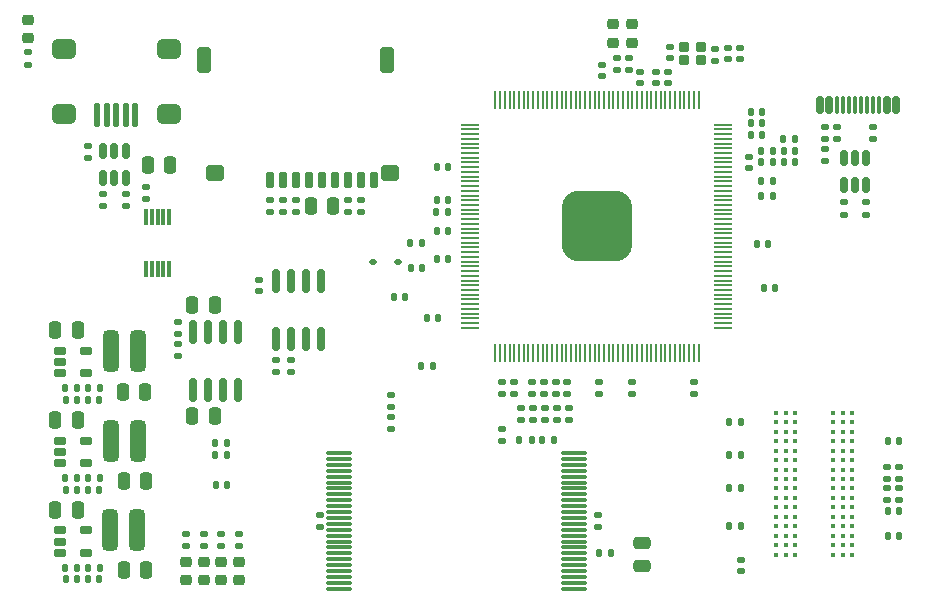
<source format=gbr>
%TF.GenerationSoftware,KiCad,Pcbnew,6.0.2+dfsg-1*%
%TF.CreationDate,2022-05-20T21:22:48+03:00*%
%TF.ProjectId,A13_test_project,4131335f-7465-4737-945f-70726f6a6563,rev?*%
%TF.SameCoordinates,Original*%
%TF.FileFunction,Paste,Top*%
%TF.FilePolarity,Positive*%
%FSLAX46Y46*%
G04 Gerber Fmt 4.6, Leading zero omitted, Abs format (unit mm)*
G04 Created by KiCad (PCBNEW 6.0.2+dfsg-1) date 2022-05-20 21:22:48*
%MOMM*%
%LPD*%
G01*
G04 APERTURE LIST*
G04 Aperture macros list*
%AMRoundRect*
0 Rectangle with rounded corners*
0 $1 Rounding radius*
0 $2 $3 $4 $5 $6 $7 $8 $9 X,Y pos of 4 corners*
0 Add a 4 corners polygon primitive as box body*
4,1,4,$2,$3,$4,$5,$6,$7,$8,$9,$2,$3,0*
0 Add four circle primitives for the rounded corners*
1,1,$1+$1,$2,$3*
1,1,$1+$1,$4,$5*
1,1,$1+$1,$6,$7*
1,1,$1+$1,$8,$9*
0 Add four rect primitives between the rounded corners*
20,1,$1+$1,$2,$3,$4,$5,0*
20,1,$1+$1,$4,$5,$6,$7,0*
20,1,$1+$1,$6,$7,$8,$9,0*
20,1,$1+$1,$8,$9,$2,$3,0*%
G04 Aperture macros list end*
%ADD10RoundRect,0.250000X-0.250000X-0.475000X0.250000X-0.475000X0.250000X0.475000X-0.250000X0.475000X0*%
%ADD11RoundRect,0.140000X0.170000X-0.140000X0.170000X0.140000X-0.170000X0.140000X-0.170000X-0.140000X0*%
%ADD12RoundRect,0.140000X-0.170000X0.140000X-0.170000X-0.140000X0.170000X-0.140000X0.170000X0.140000X0*%
%ADD13RoundRect,0.140000X-0.140000X-0.170000X0.140000X-0.170000X0.140000X0.170000X-0.140000X0.170000X0*%
%ADD14RoundRect,0.140000X0.140000X0.170000X-0.140000X0.170000X-0.140000X-0.170000X0.140000X-0.170000X0*%
%ADD15RoundRect,0.250000X0.475000X-0.250000X0.475000X0.250000X-0.475000X0.250000X-0.475000X-0.250000X0*%
%ADD16RoundRect,0.250000X0.250000X0.475000X-0.250000X0.475000X-0.250000X-0.475000X0.250000X-0.475000X0*%
%ADD17RoundRect,0.112500X0.187500X0.112500X-0.187500X0.112500X-0.187500X-0.112500X0.187500X-0.112500X0*%
%ADD18RoundRect,0.218750X-0.256250X0.218750X-0.256250X-0.218750X0.256250X-0.218750X0.256250X0.218750X0*%
%ADD19RoundRect,0.135000X0.135000X0.185000X-0.135000X0.185000X-0.135000X-0.185000X0.135000X-0.185000X0*%
%ADD20RoundRect,0.135000X-0.185000X0.135000X-0.185000X-0.135000X0.185000X-0.135000X0.185000X0.135000X0*%
%ADD21RoundRect,0.135000X0.185000X-0.135000X0.185000X0.135000X-0.185000X0.135000X-0.185000X-0.135000X0*%
%ADD22RoundRect,0.135000X-0.135000X-0.185000X0.135000X-0.185000X0.135000X0.185000X-0.135000X0.185000X0*%
%ADD23RoundRect,0.150000X0.150000X-0.825000X0.150000X0.825000X-0.150000X0.825000X-0.150000X-0.825000X0*%
%ADD24RoundRect,0.162500X-0.367500X-0.162500X0.367500X-0.162500X0.367500X0.162500X-0.367500X0.162500X0*%
%ADD25C,0.400000*%
%ADD26RoundRect,0.218750X0.256250X-0.218750X0.256250X0.218750X-0.256250X0.218750X-0.256250X-0.218750X0*%
%ADD27RoundRect,0.325000X-0.325000X-1.425000X0.325000X-1.425000X0.325000X1.425000X-0.325000X1.425000X0*%
%ADD28RoundRect,0.200000X0.250000X0.200000X-0.250000X0.200000X-0.250000X-0.200000X0.250000X-0.200000X0*%
%ADD29RoundRect,0.150000X0.150000X0.575000X-0.150000X0.575000X-0.150000X-0.575000X0.150000X-0.575000X0*%
%ADD30RoundRect,0.075000X0.075000X0.650000X-0.075000X0.650000X-0.075000X-0.650000X0.075000X-0.650000X0*%
%ADD31RoundRect,0.075000X0.987000X0.075000X-0.987000X0.075000X-0.987000X-0.075000X0.987000X-0.075000X0*%
%ADD32RoundRect,0.050000X0.050000X-0.687500X0.050000X0.687500X-0.050000X0.687500X-0.050000X-0.687500X0*%
%ADD33RoundRect,0.050000X0.687500X-0.050000X0.687500X0.050000X-0.687500X0.050000X-0.687500X-0.050000X0*%
%ADD34RoundRect,1.500000X1.500000X-1.500000X1.500000X1.500000X-1.500000X1.500000X-1.500000X-1.500000X0*%
%ADD35RoundRect,0.175000X0.175000X0.525000X-0.175000X0.525000X-0.175000X-0.525000X0.175000X-0.525000X0*%
%ADD36RoundRect,0.350000X0.450000X0.350000X-0.450000X0.350000X-0.450000X-0.350000X0.450000X-0.350000X0*%
%ADD37RoundRect,0.300000X0.300000X0.800000X-0.300000X0.800000X-0.300000X-0.800000X0.300000X-0.800000X0*%
%ADD38RoundRect,0.125000X0.125000X0.875000X-0.125000X0.875000X-0.125000X-0.875000X0.125000X-0.875000X0*%
%ADD39RoundRect,0.425000X0.575000X0.425000X-0.575000X0.425000X-0.575000X-0.425000X0.575000X-0.425000X0*%
%ADD40RoundRect,0.150000X0.150000X-0.512500X0.150000X0.512500X-0.150000X0.512500X-0.150000X-0.512500X0*%
%ADD41RoundRect,0.150000X-0.150000X0.825000X-0.150000X-0.825000X0.150000X-0.825000X0.150000X0.825000X0*%
%ADD42RoundRect,0.075000X0.075000X-0.625000X0.075000X0.625000X-0.075000X0.625000X-0.075000X-0.625000X0*%
%ADD43RoundRect,0.150000X-0.150000X0.512500X-0.150000X-0.512500X0.150000X-0.512500X0.150000X0.512500X0*%
G04 APERTURE END LIST*
D10*
%TO.C,C1*%
X37350000Y-43900000D03*
X39250000Y-43900000D03*
%TD*%
D11*
%TO.C,C2*%
X59200000Y-61980000D03*
X59200000Y-61020000D03*
%TD*%
D12*
%TO.C,C3*%
X56200000Y-61020000D03*
X56200000Y-61980000D03*
%TD*%
D13*
%TO.C,C4*%
X29320000Y-67500000D03*
X30280000Y-67500000D03*
%TD*%
D12*
%TO.C,C5*%
X71600000Y-30620000D03*
X71600000Y-31580000D03*
%TD*%
D14*
%TO.C,C6*%
X76480000Y-40200000D03*
X75520000Y-40200000D03*
%TD*%
D11*
%TO.C,C7*%
X67800000Y-31380000D03*
X67800000Y-30420000D03*
%TD*%
D14*
%TO.C,C8*%
X76480000Y-39200000D03*
X75520000Y-39200000D03*
%TD*%
%TO.C,C9*%
X75580000Y-37900000D03*
X74620000Y-37900000D03*
%TD*%
D12*
%TO.C,C10*%
X44200000Y-59920000D03*
X44200000Y-60880000D03*
%TD*%
D13*
%TO.C,C11*%
X77420000Y-40200000D03*
X78380000Y-40200000D03*
%TD*%
%TO.C,C12*%
X77420000Y-39200000D03*
X78380000Y-39200000D03*
%TD*%
D10*
%TO.C,C14*%
X15750000Y-69600000D03*
X17650000Y-69600000D03*
%TD*%
%TO.C,C15*%
X15750000Y-54400000D03*
X17650000Y-54400000D03*
%TD*%
%TO.C,C16*%
X15750000Y-62000000D03*
X17650000Y-62000000D03*
%TD*%
D12*
%TO.C,C17*%
X86200000Y-66000000D03*
X86200000Y-66960000D03*
%TD*%
%TO.C,C18*%
X86200000Y-67800000D03*
X86200000Y-68760000D03*
%TD*%
D14*
%TO.C,C21*%
X19480000Y-75500000D03*
X18520000Y-75500000D03*
%TD*%
%TO.C,C22*%
X17580000Y-75500000D03*
X16620000Y-75500000D03*
%TD*%
%TO.C,C23*%
X19480000Y-60300000D03*
X18520000Y-60300000D03*
%TD*%
%TO.C,C24*%
X17580000Y-60300000D03*
X16620000Y-60300000D03*
%TD*%
%TO.C,C25*%
X19480000Y-67900000D03*
X18520000Y-67900000D03*
%TD*%
%TO.C,C26*%
X17580000Y-67900000D03*
X16620000Y-67900000D03*
%TD*%
D15*
%TO.C,C27*%
X65400000Y-74350000D03*
X65400000Y-72450000D03*
%TD*%
D16*
%TO.C,C29*%
X23450000Y-74700000D03*
X21550000Y-74700000D03*
%TD*%
%TO.C,C30*%
X23350000Y-59600000D03*
X21450000Y-59600000D03*
%TD*%
%TO.C,C31*%
X23450000Y-67200000D03*
X21550000Y-67200000D03*
%TD*%
D17*
%TO.C,D1*%
X44750000Y-48600000D03*
X42650000Y-48600000D03*
%TD*%
D18*
%TO.C,D2*%
X63000000Y-28512500D03*
X63000000Y-30087500D03*
%TD*%
%TO.C,D3*%
X64600000Y-28512500D03*
X64600000Y-30087500D03*
%TD*%
D19*
%TO.C,R1*%
X46810000Y-47000000D03*
X45790000Y-47000000D03*
%TD*%
D20*
%TO.C,R2*%
X36100000Y-43390000D03*
X36100000Y-44410000D03*
%TD*%
%TO.C,R3*%
X41600000Y-43390000D03*
X41600000Y-44410000D03*
%TD*%
%TO.C,R4*%
X40500000Y-43390000D03*
X40500000Y-44410000D03*
%TD*%
%TO.C,R5*%
X35000000Y-43390000D03*
X35000000Y-44410000D03*
%TD*%
%TO.C,R6*%
X33900000Y-43390000D03*
X33900000Y-44410000D03*
%TD*%
D19*
%TO.C,R7*%
X49010000Y-44400000D03*
X47990000Y-44400000D03*
%TD*%
D20*
%TO.C,R8*%
X80950000Y-39090000D03*
X80950000Y-40110000D03*
%TD*%
%TO.C,R9*%
X80950000Y-37190000D03*
X80950000Y-38210000D03*
%TD*%
%TO.C,R10*%
X55200000Y-60990000D03*
X55200000Y-62010000D03*
%TD*%
%TO.C,R11*%
X63300000Y-31390000D03*
X63300000Y-32410000D03*
%TD*%
D21*
%TO.C,R12*%
X58200000Y-62010000D03*
X58200000Y-60990000D03*
%TD*%
D20*
%TO.C,R13*%
X57200000Y-60990000D03*
X57200000Y-62010000D03*
%TD*%
D19*
%TO.C,R14*%
X30310000Y-63925000D03*
X29290000Y-63925000D03*
%TD*%
D20*
%TO.C,R15*%
X64300000Y-31390000D03*
X64300000Y-32410000D03*
%TD*%
D19*
%TO.C,R16*%
X30310000Y-65000000D03*
X29290000Y-65000000D03*
%TD*%
%TO.C,R17*%
X47710000Y-57400000D03*
X46690000Y-57400000D03*
%TD*%
D21*
%TO.C,R18*%
X44200000Y-62810000D03*
X44200000Y-61790000D03*
%TD*%
D20*
%TO.C,R19*%
X35665000Y-56890000D03*
X35665000Y-57910000D03*
%TD*%
D22*
%TO.C,R20*%
X77390000Y-38200000D03*
X78410000Y-38200000D03*
%TD*%
D20*
%TO.C,R21*%
X34400000Y-56890000D03*
X34400000Y-57910000D03*
%TD*%
%TO.C,R52*%
X13400000Y-30890000D03*
X13400000Y-31910000D03*
%TD*%
D19*
%TO.C,R82*%
X19510000Y-74500000D03*
X18490000Y-74500000D03*
%TD*%
%TO.C,R83*%
X17610000Y-74500000D03*
X16590000Y-74500000D03*
%TD*%
%TO.C,R84*%
X19510000Y-59300000D03*
X18490000Y-59300000D03*
%TD*%
%TO.C,R85*%
X17610000Y-59300000D03*
X16590000Y-59300000D03*
%TD*%
%TO.C,R86*%
X19510000Y-66900000D03*
X18490000Y-66900000D03*
%TD*%
%TO.C,R87*%
X17610000Y-66900000D03*
X16590000Y-66900000D03*
%TD*%
D20*
%TO.C,R110*%
X87200000Y-65970000D03*
X87200000Y-66990000D03*
%TD*%
%TO.C,R111*%
X87200000Y-67770000D03*
X87200000Y-68790000D03*
%TD*%
D21*
%TO.C,R114*%
X26800000Y-72710000D03*
X26800000Y-71690000D03*
%TD*%
D23*
%TO.C,U3*%
X34395000Y-55175000D03*
X35665000Y-55175000D03*
X36935000Y-55175000D03*
X38205000Y-55175000D03*
X38205000Y-50225000D03*
X36935000Y-50225000D03*
X35665000Y-50225000D03*
X34395000Y-50225000D03*
%TD*%
D24*
%TO.C,U8*%
X16100000Y-71350000D03*
X16100000Y-72300000D03*
X16100000Y-73250000D03*
X18300000Y-73250000D03*
X18300000Y-71350000D03*
%TD*%
%TO.C,U9*%
X16100000Y-56150000D03*
X16100000Y-57100000D03*
X16100000Y-58050000D03*
X18300000Y-58050000D03*
X18300000Y-56150000D03*
%TD*%
%TO.C,U10*%
X16100000Y-63750000D03*
X16100000Y-64700000D03*
X16100000Y-65650000D03*
X18300000Y-65650000D03*
X18300000Y-63750000D03*
%TD*%
D25*
%TO.C,U11*%
X83200000Y-73400000D03*
X82400000Y-73400000D03*
X81600000Y-73400000D03*
X78400000Y-73400000D03*
X77600000Y-73400000D03*
X76800000Y-73400000D03*
X83200000Y-72600000D03*
X82400000Y-72600000D03*
X81600000Y-72600000D03*
X78400000Y-72600000D03*
X77600000Y-72600000D03*
X76800000Y-72600000D03*
X83200000Y-71800000D03*
X82400000Y-71800000D03*
X81600000Y-71800000D03*
X78400000Y-71800000D03*
X77600000Y-71800000D03*
X76800000Y-71800000D03*
X83200000Y-71000000D03*
X82400000Y-71000000D03*
X81600000Y-71000000D03*
X78400000Y-71000000D03*
X77600000Y-71000000D03*
X76800000Y-71000000D03*
X83200000Y-70200000D03*
X82400000Y-70200000D03*
X81600000Y-70200000D03*
X78400000Y-70200000D03*
X77600000Y-70200000D03*
X76800000Y-70200000D03*
X83200000Y-69400000D03*
X82400000Y-69400000D03*
X81600000Y-69400000D03*
X78400000Y-69400000D03*
X77600000Y-69400000D03*
X76800000Y-69400000D03*
X83200000Y-68600000D03*
X82400000Y-68600000D03*
X81600000Y-68600000D03*
X78400000Y-68600000D03*
X77600000Y-68600000D03*
X76800000Y-68600000D03*
X83200000Y-67800000D03*
X82400000Y-67800000D03*
X81600000Y-67800000D03*
X78400000Y-67800000D03*
X77600000Y-67800000D03*
X76800000Y-67800000D03*
X83200000Y-67000000D03*
X82400000Y-67000000D03*
X81600000Y-67000000D03*
X78400000Y-67000000D03*
X77600000Y-67000000D03*
X76800000Y-67000000D03*
X83200000Y-66200000D03*
X82400000Y-66200000D03*
X81600000Y-66200000D03*
X78400000Y-66200000D03*
X77600000Y-66200000D03*
X76800000Y-66200000D03*
X83200000Y-65400000D03*
X82400000Y-65400000D03*
X81600000Y-65400000D03*
X78400000Y-65400000D03*
X77600000Y-65400000D03*
X76800000Y-65400000D03*
X83200000Y-64600000D03*
X82400000Y-64600000D03*
X81600000Y-64600000D03*
X78400000Y-64600000D03*
X77600000Y-64600000D03*
X76800000Y-64600000D03*
X83200000Y-63800000D03*
X82400000Y-63800000D03*
X81600000Y-63800000D03*
X78400000Y-63800000D03*
X77600000Y-63800000D03*
X76800000Y-63800000D03*
X83200000Y-63000000D03*
X82400000Y-63000000D03*
X81600000Y-63000000D03*
X78400000Y-63000000D03*
X77600000Y-63000000D03*
X76800000Y-63000000D03*
X83200000Y-62200000D03*
X82400000Y-62200000D03*
X81600000Y-62200000D03*
X78400000Y-62200000D03*
X77600000Y-62200000D03*
X76800000Y-62200000D03*
X83200000Y-61400000D03*
X82400000Y-61400000D03*
X81600000Y-61400000D03*
X78400000Y-61400000D03*
X77600000Y-61400000D03*
X76800000Y-61400000D03*
%TD*%
D11*
%TO.C,C32*%
X72700000Y-31480000D03*
X72700000Y-30520000D03*
%TD*%
%TO.C,C33*%
X73700000Y-31480000D03*
X73700000Y-30520000D03*
%TD*%
D13*
%TO.C,C34*%
X74620000Y-36900000D03*
X75580000Y-36900000D03*
%TD*%
%TO.C,C35*%
X74620000Y-35900000D03*
X75580000Y-35900000D03*
%TD*%
D26*
%TO.C,D11*%
X26800000Y-75587500D03*
X26800000Y-74012500D03*
%TD*%
D27*
%TO.C,L2*%
X20350000Y-71350000D03*
X22650000Y-71350000D03*
%TD*%
%TO.C,L3*%
X20450000Y-56150000D03*
X22750000Y-56150000D03*
%TD*%
%TO.C,L4*%
X20450000Y-63750000D03*
X22750000Y-63750000D03*
%TD*%
D28*
%TO.C,Y1*%
X70400000Y-30450000D03*
X69000000Y-30450000D03*
X69000000Y-31550000D03*
X70400000Y-31550000D03*
%TD*%
D19*
%TO.C,R112*%
X73810000Y-65000000D03*
X72790000Y-65000000D03*
%TD*%
D18*
%TO.C,D9*%
X13400000Y-28112500D03*
X13400000Y-29687500D03*
%TD*%
D29*
%TO.C,J2*%
X86950000Y-35295000D03*
X86150000Y-35295000D03*
D30*
X84950000Y-35295000D03*
X83950000Y-35295000D03*
X83450000Y-35295000D03*
X82450000Y-35295000D03*
D29*
X81250000Y-35295000D03*
X80450000Y-35295000D03*
D30*
X81950000Y-35295000D03*
X82950000Y-35295000D03*
X84450000Y-35295000D03*
X85450000Y-35295000D03*
%TD*%
D13*
%TO.C,C39*%
X56970000Y-63700000D03*
X57930000Y-63700000D03*
%TD*%
D19*
%TO.C,R117*%
X62810000Y-73300000D03*
X61790000Y-73300000D03*
%TD*%
D20*
%TO.C,R118*%
X53600000Y-62790000D03*
X53600000Y-63810000D03*
%TD*%
D22*
%TO.C,R119*%
X55039999Y-63700000D03*
X56059999Y-63700000D03*
%TD*%
D31*
%TO.C,U13*%
X59700000Y-76299999D03*
X59700000Y-75799999D03*
X59700000Y-75299999D03*
X59700000Y-74799999D03*
X59700000Y-74299999D03*
X59700000Y-73799999D03*
X59700000Y-73299999D03*
X59700000Y-72799999D03*
X59700000Y-72299999D03*
X59700000Y-71799999D03*
X59700000Y-71299999D03*
X59700000Y-70799999D03*
X59700000Y-70299999D03*
X59700000Y-69799999D03*
X59700000Y-69299999D03*
X59700000Y-68799999D03*
X59700000Y-68299999D03*
X59700000Y-67799999D03*
X59700000Y-67299999D03*
X59700000Y-66799999D03*
X59700000Y-66299999D03*
X59700000Y-65799999D03*
X59700000Y-65299999D03*
X59700000Y-64799999D03*
X39800000Y-64799999D03*
X39800000Y-65299999D03*
X39800000Y-65799999D03*
X39800000Y-66299999D03*
X39800000Y-66799999D03*
X39800000Y-67299999D03*
X39800000Y-67799999D03*
X39800000Y-68299999D03*
X39800000Y-68799999D03*
X39800000Y-69299999D03*
X39800000Y-69799999D03*
X39800000Y-70299999D03*
X39800000Y-70799999D03*
X39800000Y-71299999D03*
X39800000Y-71799999D03*
X39800000Y-72299999D03*
X39800000Y-72799999D03*
X39800000Y-73299999D03*
X39800000Y-73799999D03*
X39800000Y-74299999D03*
X39800000Y-74799999D03*
X39800000Y-75299999D03*
X39800000Y-75799999D03*
X39800000Y-76299999D03*
%TD*%
D21*
%TO.C,R22*%
X84950000Y-38210000D03*
X84950000Y-37190000D03*
%TD*%
%TO.C,R23*%
X81950000Y-38210000D03*
X81950000Y-37190000D03*
%TD*%
D12*
%TO.C,C40*%
X33010000Y-50120000D03*
X33010000Y-51080000D03*
%TD*%
D32*
%TO.C,U1*%
X53000000Y-56312500D03*
X53400000Y-56312500D03*
X53800000Y-56312500D03*
X54200000Y-56312500D03*
X54600000Y-56312500D03*
X55000000Y-56312500D03*
X55400000Y-56312500D03*
X55800000Y-56312500D03*
X56200000Y-56312500D03*
X56600000Y-56312500D03*
X57000000Y-56312500D03*
X57400000Y-56312500D03*
X57800000Y-56312500D03*
X58200000Y-56312500D03*
X58600000Y-56312500D03*
X59000000Y-56312500D03*
X59400000Y-56312500D03*
X59800000Y-56312500D03*
X60200000Y-56312500D03*
X60600000Y-56312500D03*
X61000000Y-56312500D03*
X61400000Y-56312500D03*
X61800000Y-56312500D03*
X62200000Y-56312500D03*
X62600000Y-56312500D03*
X63000000Y-56312500D03*
X63400000Y-56312500D03*
X63800000Y-56312500D03*
X64200000Y-56312500D03*
X64600000Y-56312500D03*
X65000000Y-56312500D03*
X65400000Y-56312500D03*
X65800000Y-56312500D03*
X66200000Y-56312500D03*
X66600000Y-56312500D03*
X67000000Y-56312500D03*
X67400000Y-56312500D03*
X67800000Y-56312500D03*
X68200000Y-56312500D03*
X68600000Y-56312500D03*
X69000000Y-56312500D03*
X69400000Y-56312500D03*
X69800000Y-56312500D03*
X70200000Y-56312500D03*
D33*
X72312500Y-54200000D03*
X72312500Y-53800000D03*
X72312500Y-53400000D03*
X72312500Y-53000000D03*
X72312500Y-52600000D03*
X72312500Y-52200000D03*
X72312500Y-51800000D03*
X72312500Y-51400000D03*
X72312500Y-51000000D03*
X72312500Y-50600000D03*
X72312500Y-50200000D03*
X72312500Y-49800000D03*
X72312500Y-49400000D03*
X72312500Y-49000000D03*
X72312500Y-48600000D03*
X72312500Y-48200000D03*
X72312500Y-47800000D03*
X72312500Y-47400000D03*
X72312500Y-47000000D03*
X72312500Y-46600000D03*
X72312500Y-46200000D03*
X72312500Y-45800000D03*
X72312500Y-45400000D03*
X72312500Y-45000000D03*
X72312500Y-44600000D03*
X72312500Y-44200000D03*
X72312500Y-43800000D03*
X72312500Y-43400000D03*
X72312500Y-43000000D03*
X72312500Y-42600000D03*
X72312500Y-42200000D03*
X72312500Y-41800000D03*
X72312500Y-41400000D03*
X72312500Y-41000000D03*
X72312500Y-40600000D03*
X72312500Y-40200000D03*
X72312500Y-39800000D03*
X72312500Y-39400000D03*
X72312500Y-39000000D03*
X72312500Y-38600000D03*
X72312500Y-38200000D03*
X72312500Y-37800000D03*
X72312500Y-37400000D03*
X72312500Y-37000000D03*
D32*
X70200000Y-34887500D03*
X69800000Y-34887500D03*
X69400000Y-34887500D03*
X69000000Y-34887500D03*
X68600000Y-34887500D03*
X68200000Y-34887500D03*
X67800000Y-34887500D03*
X67400000Y-34887500D03*
X67000000Y-34887500D03*
X66600000Y-34887500D03*
X66200000Y-34887500D03*
X65800000Y-34887500D03*
X65400000Y-34887500D03*
X65000000Y-34887500D03*
X64600000Y-34887500D03*
X64200000Y-34887500D03*
X63800000Y-34887500D03*
X63400000Y-34887500D03*
X63000000Y-34887500D03*
X62600000Y-34887500D03*
X62200000Y-34887500D03*
X61800000Y-34887500D03*
X61400000Y-34887500D03*
X61000000Y-34887500D03*
X60600000Y-34887500D03*
X60200000Y-34887500D03*
X59800000Y-34887500D03*
X59400000Y-34887500D03*
X59000000Y-34887500D03*
X58600000Y-34887500D03*
X58200000Y-34887500D03*
X57800000Y-34887500D03*
X57400000Y-34887500D03*
X57000000Y-34887500D03*
X56600000Y-34887500D03*
X56200000Y-34887500D03*
X55800000Y-34887500D03*
X55400000Y-34887500D03*
X55000000Y-34887500D03*
X54600000Y-34887500D03*
X54200000Y-34887500D03*
X53800000Y-34887500D03*
X53400000Y-34887500D03*
X53000000Y-34887500D03*
D33*
X50887500Y-37000000D03*
X50887500Y-37400000D03*
X50887500Y-37800000D03*
X50887500Y-38200000D03*
X50887500Y-38600000D03*
X50887500Y-39000000D03*
X50887500Y-39400000D03*
X50887500Y-39800000D03*
X50887500Y-40200000D03*
X50887500Y-40600000D03*
X50887500Y-41000000D03*
X50887500Y-41400000D03*
X50887500Y-41800000D03*
X50887500Y-42200000D03*
X50887500Y-42600000D03*
X50887500Y-43000000D03*
X50887500Y-43400000D03*
X50887500Y-43800000D03*
X50887500Y-44200000D03*
X50887500Y-44600000D03*
X50887500Y-45000000D03*
X50887500Y-45400000D03*
X50887500Y-45800000D03*
X50887500Y-46200000D03*
X50887500Y-46600000D03*
X50887500Y-47000000D03*
X50887500Y-47400000D03*
X50887500Y-47800000D03*
X50887500Y-48200000D03*
X50887500Y-48600000D03*
X50887500Y-49000000D03*
X50887500Y-49400000D03*
X50887500Y-49800000D03*
X50887500Y-50200000D03*
X50887500Y-50600000D03*
X50887500Y-51000000D03*
X50887500Y-51400000D03*
X50887500Y-51800000D03*
X50887500Y-52200000D03*
X50887500Y-52600000D03*
X50887500Y-53000000D03*
X50887500Y-53400000D03*
X50887500Y-53800000D03*
X50887500Y-54200000D03*
D34*
X61600000Y-45600000D03*
%TD*%
D35*
%TO.C,J1*%
X33900000Y-41700000D03*
X35000000Y-41700000D03*
X36100000Y-41700000D03*
X37200000Y-41700000D03*
X38300000Y-41700000D03*
X39400000Y-41700000D03*
X40500000Y-41700000D03*
X41600000Y-41700000D03*
X42700000Y-41700000D03*
D36*
X44100000Y-41100000D03*
D37*
X43850000Y-31500000D03*
D36*
X29250000Y-41100000D03*
D37*
X28350000Y-31500000D03*
%TD*%
D10*
%TO.C,C69*%
X23550000Y-40400000D03*
X25450000Y-40400000D03*
%TD*%
D13*
%TO.C,C61*%
X45820000Y-49100000D03*
X46780000Y-49100000D03*
%TD*%
D11*
%TO.C,C33*%
X54600000Y-59780000D03*
X54600000Y-58820000D03*
%TD*%
D16*
%TO.C,C13*%
X29250000Y-52300000D03*
X27350000Y-52300000D03*
%TD*%
D13*
%TO.C,C37*%
X48020000Y-43400000D03*
X48980000Y-43400000D03*
%TD*%
%TO.C,C67*%
X48020000Y-40600000D03*
X48980000Y-40600000D03*
%TD*%
%TO.C,C55*%
X47220000Y-53400000D03*
X48180000Y-53400000D03*
%TD*%
D20*
%TO.C,R26*%
X84400000Y-43590000D03*
X84400000Y-44610000D03*
%TD*%
D14*
%TO.C,C62*%
X76480000Y-43000000D03*
X75520000Y-43000000D03*
%TD*%
D26*
%TO.C,D13*%
X28300000Y-75587500D03*
X28300000Y-74012500D03*
%TD*%
%TO.C,D12*%
X29800000Y-75587500D03*
X29800000Y-74012500D03*
%TD*%
D11*
%TO.C,C68*%
X23400000Y-43280000D03*
X23400000Y-42320000D03*
%TD*%
D38*
%TO.C,J4*%
X22500000Y-36175000D03*
X21700000Y-36175000D03*
X20900000Y-36175000D03*
X20100000Y-36175000D03*
X19300000Y-36175000D03*
D39*
X25350000Y-36075000D03*
X25350000Y-30625000D03*
X16450000Y-30625000D03*
X16450000Y-36075000D03*
%TD*%
D14*
%TO.C,C46*%
X87180000Y-69700000D03*
X86220000Y-69700000D03*
%TD*%
D11*
%TO.C,C19*%
X74500000Y-40680000D03*
X74500000Y-39720000D03*
%TD*%
D16*
%TO.C,C28*%
X29250000Y-61700000D03*
X27350000Y-61700000D03*
%TD*%
D21*
%TO.C,R113*%
X31300000Y-72710000D03*
X31300000Y-71690000D03*
%TD*%
D12*
%TO.C,C65*%
X65270000Y-32510000D03*
X65270000Y-33470000D03*
%TD*%
%TO.C,C56*%
X62000000Y-31920000D03*
X62000000Y-32880000D03*
%TD*%
D11*
%TO.C,C50*%
X61800000Y-59780000D03*
X61800000Y-58820000D03*
%TD*%
D26*
%TO.C,D10*%
X31300000Y-75587500D03*
X31300000Y-74012500D03*
%TD*%
D12*
%TO.C,C41*%
X73800000Y-73820000D03*
X73800000Y-74780000D03*
%TD*%
D11*
%TO.C,C35*%
X53600000Y-59780000D03*
X53600000Y-58820000D03*
%TD*%
D21*
%TO.C,R116*%
X28300000Y-72710000D03*
X28300000Y-71690000D03*
%TD*%
D11*
%TO.C,C59*%
X56100000Y-59780000D03*
X56100000Y-58820000D03*
%TD*%
D21*
%TO.C,R80*%
X26100000Y-56610000D03*
X26100000Y-55590000D03*
%TD*%
%TO.C,R81*%
X26100000Y-54710000D03*
X26100000Y-53690000D03*
%TD*%
D11*
%TO.C,C36*%
X57100000Y-59780000D03*
X57100000Y-58820000D03*
%TD*%
D13*
%TO.C,C63*%
X48020000Y-48400000D03*
X48980000Y-48400000D03*
%TD*%
D21*
%TO.C,R115*%
X29800000Y-72710000D03*
X29800000Y-71690000D03*
%TD*%
%TO.C,R27*%
X19800000Y-43910000D03*
X19800000Y-42890000D03*
%TD*%
D11*
%TO.C,C60*%
X58100000Y-59780000D03*
X58100000Y-58820000D03*
%TD*%
D14*
%TO.C,C52*%
X76680000Y-50800000D03*
X75720000Y-50800000D03*
%TD*%
D13*
%TO.C,C54*%
X48020000Y-46000000D03*
X48980000Y-46000000D03*
%TD*%
D20*
%TO.C,R25*%
X82500000Y-43590000D03*
X82500000Y-44610000D03*
%TD*%
D14*
%TO.C,C47*%
X87180000Y-71800000D03*
X86220000Y-71800000D03*
%TD*%
D40*
%TO.C,U6*%
X19800000Y-41537500D03*
X20750000Y-41537500D03*
X21700000Y-41537500D03*
X21700000Y-39262500D03*
X20750000Y-39262500D03*
X19800000Y-39262500D03*
%TD*%
D14*
%TO.C,C66*%
X76480000Y-41800000D03*
X75520000Y-41800000D03*
%TD*%
%TO.C,C48*%
X76080000Y-47100000D03*
X75120000Y-47100000D03*
%TD*%
D41*
%TO.C,U7*%
X31205000Y-54525000D03*
X29935000Y-54525000D03*
X28665000Y-54525000D03*
X27395000Y-54525000D03*
X27395000Y-59475000D03*
X28665000Y-59475000D03*
X29935000Y-59475000D03*
X31205000Y-59475000D03*
%TD*%
D11*
%TO.C,C51*%
X64600000Y-59780000D03*
X64600000Y-58820000D03*
%TD*%
D42*
%TO.C,U4*%
X23400000Y-49200000D03*
X23900000Y-49200000D03*
X24400000Y-49200000D03*
X24900000Y-49200000D03*
X25400000Y-49200000D03*
X25400000Y-44800000D03*
X24900000Y-44800000D03*
X24400000Y-44800000D03*
X23900000Y-44800000D03*
X23400000Y-44800000D03*
%TD*%
D13*
%TO.C,C45*%
X72820000Y-67800000D03*
X73780000Y-67800000D03*
%TD*%
D12*
%TO.C,C32*%
X61650000Y-70070000D03*
X61650000Y-71030000D03*
%TD*%
D13*
%TO.C,C44*%
X72820000Y-62200000D03*
X73780000Y-62200000D03*
%TD*%
D12*
%TO.C,C64*%
X67600000Y-32520000D03*
X67600000Y-33480000D03*
%TD*%
D13*
%TO.C,C57*%
X44420000Y-51600000D03*
X45380000Y-51600000D03*
%TD*%
D14*
%TO.C,C43*%
X87180000Y-63800000D03*
X86220000Y-63800000D03*
%TD*%
D11*
%TO.C,C53*%
X59100000Y-59780000D03*
X59100000Y-58820000D03*
%TD*%
D12*
%TO.C,C34*%
X38150000Y-70070000D03*
X38150000Y-71030000D03*
%TD*%
D13*
%TO.C,C42*%
X72820000Y-71000000D03*
X73780000Y-71000000D03*
%TD*%
D43*
%TO.C,U5*%
X84400000Y-39862500D03*
X83450000Y-39862500D03*
X82500000Y-39862500D03*
X82500000Y-42137500D03*
X83450000Y-42137500D03*
X84400000Y-42137500D03*
%TD*%
D21*
%TO.C,R28*%
X21700000Y-43910000D03*
X21700000Y-42890000D03*
%TD*%
D12*
%TO.C,C58*%
X66600000Y-32520000D03*
X66600000Y-33480000D03*
%TD*%
D20*
%TO.C,R24*%
X18500000Y-38790000D03*
X18500000Y-39810000D03*
%TD*%
D11*
%TO.C,C49*%
X69800000Y-59780000D03*
X69800000Y-58820000D03*
%TD*%
M02*

</source>
